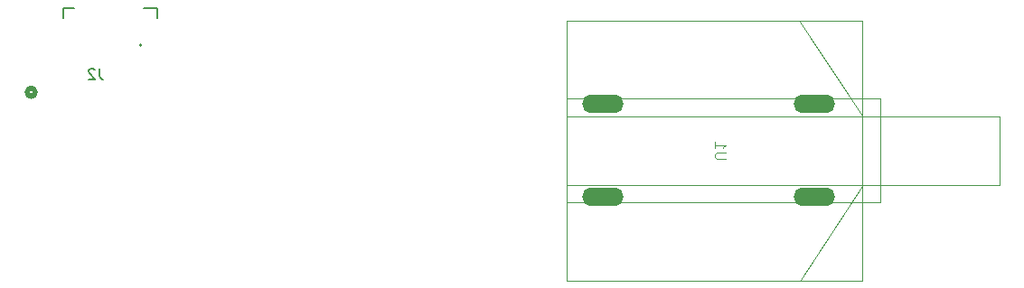
<source format=gbr>
%TF.GenerationSoftware,KiCad,Pcbnew,7.0.8*%
%TF.CreationDate,2024-02-15T14:48:36-07:00*%
%TF.ProjectId,GR-LRR-ESTOP-PCB,47522d4c-5252-42d4-9553-544f502d5043,rev?*%
%TF.SameCoordinates,Original*%
%TF.FileFunction,Legend,Bot*%
%TF.FilePolarity,Positive*%
%FSLAX46Y46*%
G04 Gerber Fmt 4.6, Leading zero omitted, Abs format (unit mm)*
G04 Created by KiCad (PCBNEW 7.0.8) date 2024-02-15 14:48:36*
%MOMM*%
%LPD*%
G01*
G04 APERTURE LIST*
%ADD10C,0.150000*%
%ADD11C,0.100000*%
%ADD12C,0.200000*%
%ADD13C,0.508000*%
%ADD14O,3.900000X1.700000*%
G04 APERTURE END LIST*
D10*
X63219533Y-61559119D02*
X63219533Y-62273404D01*
X63219533Y-62273404D02*
X63267152Y-62416261D01*
X63267152Y-62416261D02*
X63362390Y-62511500D01*
X63362390Y-62511500D02*
X63505247Y-62559119D01*
X63505247Y-62559119D02*
X63600485Y-62559119D01*
X62790961Y-61654357D02*
X62743342Y-61606738D01*
X62743342Y-61606738D02*
X62648104Y-61559119D01*
X62648104Y-61559119D02*
X62410009Y-61559119D01*
X62410009Y-61559119D02*
X62314771Y-61606738D01*
X62314771Y-61606738D02*
X62267152Y-61654357D01*
X62267152Y-61654357D02*
X62219533Y-61749595D01*
X62219533Y-61749595D02*
X62219533Y-61844833D01*
X62219533Y-61844833D02*
X62267152Y-61987690D01*
X62267152Y-61987690D02*
X62838580Y-62559119D01*
X62838580Y-62559119D02*
X62219533Y-62559119D01*
D11*
X121890180Y-70009904D02*
X121080657Y-70009904D01*
X121080657Y-70009904D02*
X120985419Y-69962285D01*
X120985419Y-69962285D02*
X120937800Y-69914666D01*
X120937800Y-69914666D02*
X120890180Y-69819428D01*
X120890180Y-69819428D02*
X120890180Y-69628952D01*
X120890180Y-69628952D02*
X120937800Y-69533714D01*
X120937800Y-69533714D02*
X120985419Y-69486095D01*
X120985419Y-69486095D02*
X121080657Y-69438476D01*
X121080657Y-69438476D02*
X121890180Y-69438476D01*
X120890180Y-68438476D02*
X120890180Y-69009904D01*
X120890180Y-68724190D02*
X121890180Y-68724190D01*
X121890180Y-68724190D02*
X121747323Y-68819428D01*
X121747323Y-68819428D02*
X121652085Y-68914666D01*
X121652085Y-68914666D02*
X121604466Y-69009904D01*
D12*
%TO.C,J2*%
X59811200Y-55869300D02*
X59811200Y-56819300D01*
X59811200Y-55869300D02*
X60836200Y-55869300D01*
X67336200Y-55869300D02*
X68611200Y-55869300D01*
X68611200Y-55869300D02*
X68611200Y-56819300D01*
X67186200Y-59369300D02*
G75*
G03*
X67186200Y-59369300I-100000J0D01*
G01*
D13*
%TO.C,J1*%
X57212601Y-63779650D02*
G75*
G03*
X57212601Y-63779650I-381000J0D01*
G01*
D11*
%TO.C,U1*%
X128899400Y-81389200D02*
X134690600Y-72575400D01*
X128874000Y-57119500D02*
X134665200Y-65933300D01*
X134665200Y-81440000D02*
X107030000Y-81440000D01*
X107030000Y-81440000D02*
X107030000Y-57056000D01*
X107030000Y-57056000D02*
X134665200Y-57056000D01*
X134665200Y-57056000D02*
X134665200Y-81440000D01*
X107035800Y-74103000D02*
X136335800Y-74103000D01*
X136335800Y-74103000D02*
X136335800Y-64393000D01*
X136335800Y-64393000D02*
X107035800Y-64393000D01*
X107035800Y-64393000D02*
X107035800Y-74103000D01*
X147530000Y-72448000D02*
X107030000Y-72448000D01*
X107030000Y-72448000D02*
X107030000Y-66048000D01*
X107030000Y-66048000D02*
X147530000Y-66048000D01*
X147530000Y-66048000D02*
X147530000Y-72448000D01*
%TD*%
D14*
%TO.C,SW1*%
X130218600Y-73598000D03*
X130218600Y-64898000D03*
X110418600Y-73598000D03*
X110418600Y-64898000D03*
%TD*%
M02*

</source>
